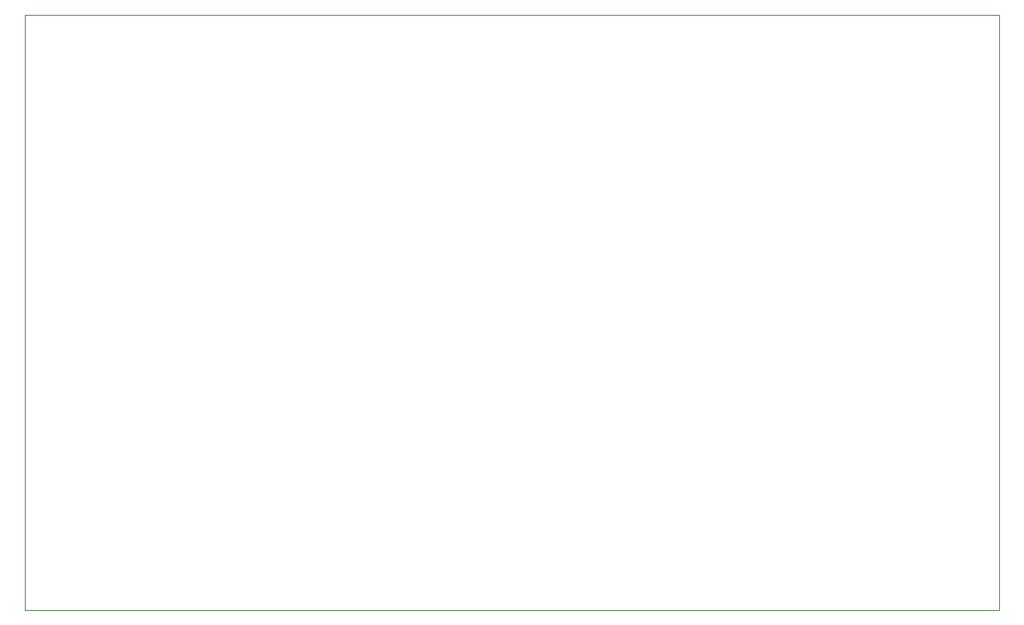
<source format=gbr>
%TF.GenerationSoftware,KiCad,Pcbnew,(5.1.10)-1*%
%TF.CreationDate,2021-10-18T08:36:09-04:00*%
%TF.ProjectId,BattTester,42617474-5465-4737-9465-722e6b696361,rev?*%
%TF.SameCoordinates,Original*%
%TF.FileFunction,Profile,NP*%
%FSLAX46Y46*%
G04 Gerber Fmt 4.6, Leading zero omitted, Abs format (unit mm)*
G04 Created by KiCad (PCBNEW (5.1.10)-1) date 2021-10-18 08:36:09*
%MOMM*%
%LPD*%
G01*
G04 APERTURE LIST*
%TA.AperFunction,Profile*%
%ADD10C,0.050000*%
%TD*%
G04 APERTURE END LIST*
D10*
X238760000Y-64770000D02*
X139065000Y-64770000D01*
X238760000Y-125730000D02*
X238760000Y-64770000D01*
X139065000Y-125730000D02*
X238760000Y-125730000D01*
X139065000Y-64770000D02*
X139065000Y-125730000D01*
M02*

</source>
